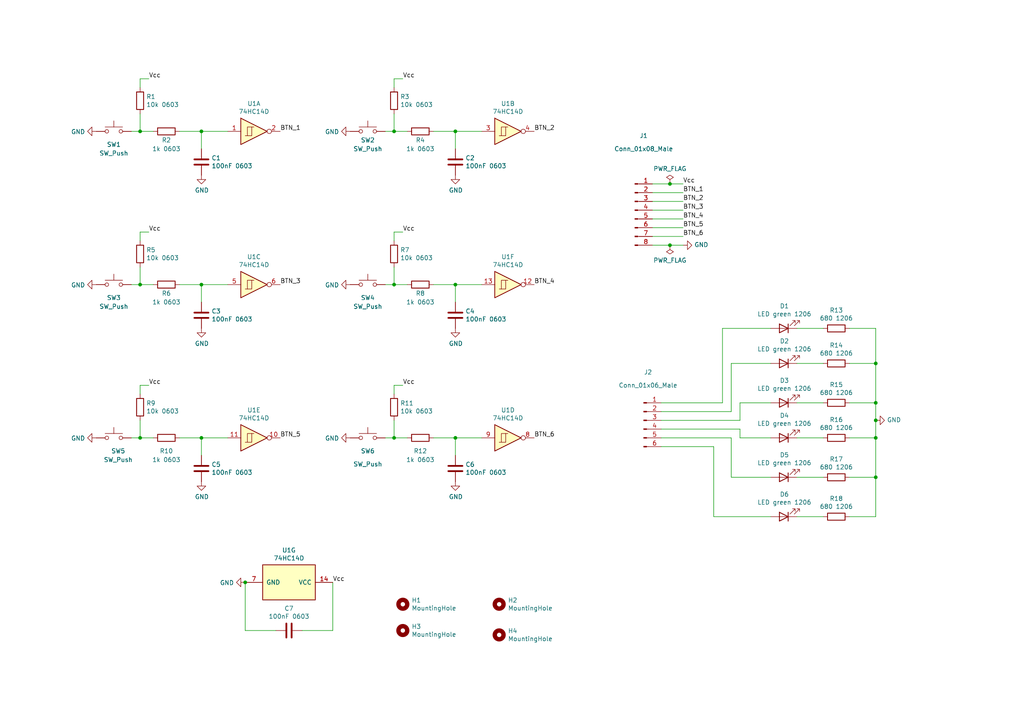
<source format=kicad_sch>
(kicad_sch (version 20211123) (generator eeschema)
  (paper "A4")
  (title_block (title "PCB Buttonbar") (date "2023-02-09") (rev "1.1") (company "Bernhard Bablok") (comment 1 "https://github.com/bablokb/pcb-buttonbar"))
  (lib_symbols
    (symbol "74xx:74HC14" (pin_names (offset 1.016))
      (property "Reference" "U" (at 0 1.27 0))
      (property "Value" "74HC14" (at 0 -1.27 0))
      (symbol "74HC14_1_0"
        (polyline (pts (xy -3.81 3.81) (xy -3.81 -3.81) (xy 3.81 0) (xy -3.81 3.81)) (stroke (width 0.254)) (fill (type background)))
        (pin input line (at -7.62 0 0) (length 3.81) (name "~") (number "1"))
        (pin output inverted (at 7.62 0 180) (length 3.81) (name "~") (number "2"))
      )
      (symbol "74HC14_1_1"
        (polyline (pts (xy -1.905 -1.27) (xy -1.905 1.27) (xy -0.635 1.27)))
        (polyline (pts (xy -2.54 -1.27) (xy -0.635 -1.27) (xy -0.635 1.27) (xy 0 1.27)))
      )
      (symbol "74HC14_2_0"
        (polyline (pts (xy -3.81 3.81) (xy -3.81 -3.81) (xy 3.81 0) (xy -3.81 3.81)) (stroke (width 0.254)) (fill (type background)))
        (pin input line (at -7.62 0 0) (length 3.81) (name "~") (number "3"))
        (pin output inverted (at 7.62 0 180) (length 3.81) (name "~") (number "4"))
      )
      (symbol "74HC14_2_1"
        (polyline (pts (xy -1.905 -1.27) (xy -1.905 1.27) (xy -0.635 1.27)))
        (polyline (pts (xy -2.54 -1.27) (xy -0.635 -1.27) (xy -0.635 1.27) (xy 0 1.27)))
      )
      (symbol "74HC14_3_0"
        (polyline (pts (xy -3.81 3.81) (xy -3.81 -3.81) (xy 3.81 0) (xy -3.81 3.81)) (stroke (width 0.254)) (fill (type background)))
        (pin input line (at -7.62 0 0) (length 3.81) (name "~") (number "5"))
        (pin output inverted (at 7.62 0 180) (length 3.81) (name "~") (number "6"))
      )
      (symbol "74HC14_3_1"
        (polyline (pts (xy -1.905 -1.27) (xy -1.905 1.27) (xy -0.635 1.27)))
        (polyline (pts (xy -2.54 -1.27) (xy -0.635 -1.27) (xy -0.635 1.27) (xy 0 1.27)))
      )
      (symbol "74HC14_4_0"
        (polyline (pts (xy -3.81 3.81) (xy -3.81 -3.81) (xy 3.81 0) (xy -3.81 3.81)) (stroke (width 0.254)) (fill (type background)))
        (pin output inverted (at 7.62 0 180) (length 3.81) (name "~") (number "8"))
        (pin input line (at -7.62 0 0) (length 3.81) (name "~") (number "9"))
      )
      (symbol "74HC14_4_1"
        (polyline (pts (xy -1.905 -1.27) (xy -1.905 1.27) (xy -0.635 1.27)))
        (polyline (pts (xy -2.54 -1.27) (xy -0.635 -1.27) (xy -0.635 1.27) (xy 0 1.27)))
      )
      (symbol "74HC14_5_0"
        (polyline (pts (xy -3.81 3.81) (xy -3.81 -3.81) (xy 3.81 0) (xy -3.81 3.81)) (stroke (width 0.254)) (fill (type background)))
        (pin output inverted (at 7.62 0 180) (length 3.81) (name "~") (number "10"))
        (pin input line (at -7.62 0 0) (length 3.81) (name "~") (number "11"))
      )
      (symbol "74HC14_5_1"
        (polyline (pts (xy -1.905 -1.27) (xy -1.905 1.27) (xy -0.635 1.27)))
        (polyline (pts (xy -2.54 -1.27) (xy -0.635 -1.27) (xy -0.635 1.27) (xy 0 1.27)))
      )
      (symbol "74HC14_6_0"
        (polyline (pts (xy -3.81 3.81) (xy -3.81 -3.81) (xy 3.81 0) (xy -3.81 3.81)) (stroke (width 0.254)) (fill (type background)))
        (pin output inverted (at 7.62 0 180) (length 3.81) (name "~") (number "12"))
        (pin input line (at -7.62 0 0) (length 3.81) (name "~") (number "13"))
      )
      (symbol "74HC14_6_1"
        (polyline (pts (xy -1.905 -1.27) (xy -1.905 1.27) (xy -0.635 1.27)))
        (polyline (pts (xy -2.54 -1.27) (xy -0.635 -1.27) (xy -0.635 1.27) (xy 0 1.27)))
      )
      (symbol "74HC14_7_0"
        (pin power_in line (at 0 12.7 270) (length 5.08) (name "VCC") (number "14"))
        (pin power_in line (at 0 -12.7 90) (length 5.08) (name "GND") (number "7"))
      )
      (symbol "74HC14_7_1"
        (rectangle (start -5.08 7.62) (end 5.08 -7.62) (stroke (width 0.254)) (fill (type background)))
      )
    )
    (symbol "Connector:Conn_01x06_Male" (pin_names (offset 1.016) hide)
      (property "Reference" "J" (at 0 7.62 0))
      (property "Value" "Conn_01x06_Male" (at 0 -10.16 0))
      (symbol "Conn_01x06_Male_1_1"
        (polyline (pts (xy 1.27 -7.62) (xy 0.8636 -7.62)) (stroke (width 0.1524)))
        (polyline (pts (xy 1.27 -5.08) (xy 0.8636 -5.08)) (stroke (width 0.1524)))
        (polyline (pts (xy 1.27 -2.54) (xy 0.8636 -2.54)) (stroke (width 0.1524)))
        (polyline (pts (xy 1.27 0) (xy 0.8636 0)) (stroke (width 0.1524)))
        (polyline (pts (xy 1.27 2.54) (xy 0.8636 2.54)) (stroke (width 0.1524)))
        (polyline (pts (xy 1.27 5.08) (xy 0.8636 5.08)) (stroke (width 0.1524)))
        (rectangle (start 0.8636 -7.493) (end 0 -7.747) (stroke (width 0.1524)) (fill (type outline)))
        (rectangle (start 0.8636 -4.953) (end 0 -5.207) (stroke (width 0.1524)) (fill (type outline)))
        (rectangle (start 0.8636 -2.413) (end 0 -2.667) (stroke (width 0.1524)) (fill (type outline)))
        (rectangle (start 0.8636 0.127) (end 0 -0.127) (stroke (width 0.1524)) (fill (type outline)))
        (rectangle (start 0.8636 2.667) (end 0 2.413) (stroke (width 0.1524)) (fill (type outline)))
        (rectangle (start 0.8636 5.207) (end 0 4.953) (stroke (width 0.1524)) (fill (type outline)))
        (pin passive line (at 5.08 5.08 180) (length 3.81) (name "Pin_1") (number "1"))
        (pin passive line (at 5.08 2.54 180) (length 3.81) (name "Pin_2") (number "2"))
        (pin passive line (at 5.08 0 180) (length 3.81) (name "Pin_3") (number "3"))
        (pin passive line (at 5.08 -2.54 180) (length 3.81) (name "Pin_4") (number "4"))
        (pin passive line (at 5.08 -5.08 180) (length 3.81) (name "Pin_5") (number "5"))
        (pin passive line (at 5.08 -7.62 180) (length 3.81) (name "Pin_6") (number "6"))
      )
    )
    (symbol "Connector:Conn_01x08_Male" (pin_names (offset 1.016) hide)
      (property "Reference" "J" (at 0 10.16 0))
      (property "Value" "Conn_01x08_Male" (at 0 -12.7 0))
      (symbol "Conn_01x08_Male_1_1"
        (polyline (pts (xy 1.27 -10.16) (xy 0.8636 -10.16)) (stroke (width 0.1524)))
        (polyline (pts (xy 1.27 -7.62) (xy 0.8636 -7.62)) (stroke (width 0.1524)))
        (polyline (pts (xy 1.27 -5.08) (xy 0.8636 -5.08)) (stroke (width 0.1524)))
        (polyline (pts (xy 1.27 -2.54) (xy 0.8636 -2.54)) (stroke (width 0.1524)))
        (polyline (pts (xy 1.27 0) (xy 0.8636 0)) (stroke (width 0.1524)))
        (polyline (pts (xy 1.27 2.54) (xy 0.8636 2.54)) (stroke (width 0.1524)))
        (polyline (pts (xy 1.27 5.08) (xy 0.8636 5.08)) (stroke (width 0.1524)))
        (polyline (pts (xy 1.27 7.62) (xy 0.8636 7.62)) (stroke (width 0.1524)))
        (rectangle (start 0.8636 -10.033) (end 0 -10.287) (stroke (width 0.1524)) (fill (type outline)))
        (rectangle (start 0.8636 -7.493) (end 0 -7.747) (stroke (width 0.1524)) (fill (type outline)))
        (rectangle (start 0.8636 -4.953) (end 0 -5.207) (stroke (width 0.1524)) (fill (type outline)))
        (rectangle (start 0.8636 -2.413) (end 0 -2.667) (stroke (width 0.1524)) (fill (type outline)))
        (rectangle (start 0.8636 0.127) (end 0 -0.127) (stroke (width 0.1524)) (fill (type outline)))
        (rectangle (start 0.8636 2.667) (end 0 2.413) (stroke (width 0.1524)) (fill (type outline)))
        (rectangle (start 0.8636 5.207) (end 0 4.953) (stroke (width 0.1524)) (fill (type outline)))
        (rectangle (start 0.8636 7.747) (end 0 7.493) (stroke (width 0.1524)) (fill (type outline)))
        (pin passive line (at 5.08 7.62 180) (length 3.81) (name "Pin_1") (number "1"))
        (pin passive line (at 5.08 5.08 180) (length 3.81) (name "Pin_2") (number "2"))
        (pin passive line (at 5.08 2.54 180) (length 3.81) (name "Pin_3") (number "3"))
        (pin passive line (at 5.08 0 180) (length 3.81) (name "Pin_4") (number "4"))
        (pin passive line (at 5.08 -2.54 180) (length 3.81) (name "Pin_5") (number "5"))
        (pin passive line (at 5.08 -5.08 180) (length 3.81) (name "Pin_6") (number "6"))
        (pin passive line (at 5.08 -7.62 180) (length 3.81) (name "Pin_7") (number "7"))
        (pin passive line (at 5.08 -10.16 180) (length 3.81) (name "Pin_8") (number "8"))
      )
    )
    (symbol "Device:C" (pin_numbers hide) (pin_names (offset 0.254))
      (property "Reference" "C" (at 0.635 2.54 0))
      (property "Value" "C" (at 0.635 -2.54 0))
      (symbol "C_0_1"
        (polyline (pts (xy -2.032 -0.762) (xy 2.032 -0.762)) (stroke (width 0.508)))
        (polyline (pts (xy -2.032 0.762) (xy 2.032 0.762)) (stroke (width 0.508)))
      )
      (symbol "C_1_1"
        (pin passive line (at 0 3.81 270) (length 2.794) (name "~") (number "1"))
        (pin passive line (at 0 -3.81 90) (length 2.794) (name "~") (number "2"))
      )
    )
    (symbol "Device:LED" (pin_numbers hide) (pin_names (offset 1.016) hide)
      (property "Reference" "D" (at 0 2.54 0))
      (property "Value" "LED" (at 0 -2.54 0))
      (symbol "LED_0_1"
        (polyline (pts (xy -1.27 -1.27) (xy -1.27 1.27)) (stroke (width 0.254)))
        (polyline (pts (xy -1.27 0) (xy 1.27 0)))
        (polyline (pts (xy 1.27 -1.27) (xy 1.27 1.27) (xy -1.27 0) (xy 1.27 -1.27)) (stroke (width 0.254)))
        (polyline (pts (xy -3.048 -0.762) (xy -4.572 -2.286) (xy -3.81 -2.286) (xy -4.572 -2.286) (xy -4.572 -1.524)))
        (polyline (pts (xy -1.778 -0.762) (xy -3.302 -2.286) (xy -2.54 -2.286) (xy -3.302 -2.286) (xy -3.302 -1.524)))
      )
      (symbol "LED_1_1"
        (pin passive line (at -3.81 0 0) (length 2.54) (name "K") (number "1"))
        (pin passive line (at 3.81 0 180) (length 2.54) (name "A") (number "2"))
      )
    )
    (symbol "Device:R" (pin_numbers hide) (pin_names (offset 0))
      (property "Reference" "R" (at 2.032 0 90))
      (property "Value" "R" (at 0 0 90))
      (symbol "R_0_1"
        (rectangle (start -1.016 -2.54) (end 1.016 2.54) (stroke (width 0.254)))
      )
      (symbol "R_1_1"
        (pin passive line (at 0 3.81 270) (length 1.27) (name "~") (number "1"))
        (pin passive line (at 0 -3.81 90) (length 1.27) (name "~") (number "2"))
      )
    )
    (symbol "Mechanical:MountingHole" (pin_names (offset 1.016))
      (property "Reference" "H" (at 0 5.08 0))
      (property "Value" "MountingHole" (at 0 3.175 0))
      (symbol "MountingHole_0_1"
        (circle (center 0 0) (radius 1.27) (stroke (width 1.27)))
      )
    )
    (symbol "Switch:SW_Push" (pin_numbers hide) (pin_names (offset 1.016) hide)
      (property "Reference" "SW" (at 1.27 2.54 0))
      (property "Value" "SW_Push" (at 0 -1.524 0))
      (symbol "SW_Push_0_1"
        (circle (center -2.032 0) (radius 0.508))
        (polyline (pts (xy 0 1.27) (xy 0 3.048)))
        (polyline (pts (xy 2.54 1.27) (xy -2.54 1.27)))
        (circle (center 2.032 0) (radius 0.508))
        (pin passive line (at -5.08 0 0) (length 2.54) (name "1") (number "1"))
        (pin passive line (at 5.08 0 180) (length 2.54) (name "2") (number "2"))
      )
    )
    (symbol "power:GND" (power) (pin_names (offset 0))
      (property "Value" "GND" (at 0 -3.81 0))
      (symbol "GND_0_1"
        (polyline (pts (xy 0 0) (xy 0 -1.27) (xy 1.27 -1.27) (xy 0 -2.54) (xy -1.27 -1.27) (xy 0 -1.27)))
      )
      (symbol "GND_1_1"
        (pin power_in line (at 0 0 270) (length 0) hide (name "GND") (number "1"))
      )
    )
    (symbol "power:PWR_FLAG" (power) (pin_numbers hide) (pin_names (offset 0) hide)
      (property "Value" "PWR_FLAG" (at 0 3.81 0))
      (symbol "PWR_FLAG_0_0"
        (pin power_out line (at 0 0 90) (length 0) (name "pwr") (number "1"))
      )
      (symbol "PWR_FLAG_0_1"
        (polyline (pts (xy 0 0) (xy 0 1.27) (xy -1.016 1.905) (xy 0 2.54) (xy 1.016 1.905) (xy 0 1.27)))
      )
    )
  )
  (junction (at 194.31 71.12))
  (junction (at 254 127))
  (junction (at 132.08 82.55))
  (junction (at 58.42 38.1))
  (junction (at 254 116.84))
  (junction (at 40.64 38.1))
  (junction (at 132.08 127))
  (junction (at 114.3 82.55))
  (junction (at 40.64 82.55))
  (junction (at 58.42 127))
  (junction (at 71.12 168.91))
  (junction (at 254 138.43))
  (junction (at 114.3 127))
  (junction (at 132.08 38.1))
  (junction (at 254 105.41))
  (junction (at 194.31 53.34))
  (junction (at 40.64 127))
  (junction (at 114.3 38.1))
  (junction (at 254 121.92))
  (junction (at 58.42 82.55))
  (wire (pts (xy 40.64 22.86) (xy 43.18 22.86)))
  (wire (pts (xy 191.77 116.84) (xy 209.55 116.84)))
  (wire (pts (xy 191.77 121.92) (xy 214.63 121.92)))
  (wire (pts (xy 114.3 82.55) (xy 118.11 82.55)))
  (wire (pts (xy 114.3 77.47) (xy 114.3 82.55)))
  (wire (pts (xy 231.14 95.25) (xy 238.76 95.25)))
  (wire (pts (xy 114.3 121.92) (xy 114.3 127)))
  (wire (pts (xy 111.76 38.1) (xy 114.3 38.1)))
  (wire (pts (xy 214.63 124.46) (xy 214.63 127)))
  (wire (pts (xy 114.3 111.76) (xy 116.84 111.76)))
  (wire (pts (xy 71.12 182.88) (xy 80.01 182.88)))
  (wire (pts (xy 207.01 149.86) (xy 223.52 149.86)))
  (wire (pts (xy 189.23 55.88) (xy 198.12 55.88)))
  (wire (pts (xy 214.63 121.92) (xy 214.63 116.84)))
  (wire (pts (xy 209.55 95.25) (xy 209.55 116.84)))
  (wire (pts (xy 58.42 127) (xy 58.42 132.08)))
  (wire (pts (xy 58.42 127) (xy 66.04 127)))
  (wire (pts (xy 214.63 116.84) (xy 223.52 116.84)))
  (wire (pts (xy 189.23 66.04) (xy 198.12 66.04)))
  (wire (pts (xy 38.1 127) (xy 40.64 127)))
  (wire (pts (xy 114.3 22.86) (xy 116.84 22.86)))
  (wire (pts (xy 52.07 38.1) (xy 58.42 38.1)))
  (wire (pts (xy 254 127) (xy 254 138.43)))
  (wire (pts (xy 40.64 77.47) (xy 40.64 82.55)))
  (wire (pts (xy 132.08 38.1) (xy 139.7 38.1)))
  (wire (pts (xy 40.64 38.1) (xy 44.45 38.1)))
  (wire (pts (xy 231.14 149.86) (xy 238.76 149.86)))
  (wire (pts (xy 114.3 67.31) (xy 116.84 67.31)))
  (wire (pts (xy 246.38 116.84) (xy 254 116.84)))
  (wire (pts (xy 212.09 127) (xy 212.09 138.43)))
  (wire (pts (xy 191.77 124.46) (xy 214.63 124.46)))
  (wire (pts (xy 114.3 69.85) (xy 114.3 67.31)))
  (wire (pts (xy 96.52 168.91) (xy 96.52 182.88)))
  (wire (pts (xy 111.76 82.55) (xy 114.3 82.55)))
  (wire (pts (xy 40.64 67.31) (xy 43.18 67.31)))
  (wire (pts (xy 209.55 95.25) (xy 223.52 95.25)))
  (wire (pts (xy 132.08 82.55) (xy 139.7 82.55)))
  (wire (pts (xy 132.08 127) (xy 139.7 127)))
  (wire (pts (xy 254 149.86) (xy 246.38 149.86)))
  (wire (pts (xy 191.77 127) (xy 212.09 127)))
  (wire (pts (xy 132.08 127) (xy 132.08 132.08)))
  (wire (pts (xy 246.38 127) (xy 254 127)))
  (wire (pts (xy 71.12 168.91) (xy 71.12 182.88)))
  (wire (pts (xy 125.73 38.1) (xy 132.08 38.1)))
  (wire (pts (xy 40.64 33.02) (xy 40.64 38.1)))
  (wire (pts (xy 114.3 33.02) (xy 114.3 38.1)))
  (wire (pts (xy 40.64 111.76) (xy 43.18 111.76)))
  (wire (pts (xy 189.23 58.42) (xy 198.12 58.42)))
  (wire (pts (xy 38.1 82.55) (xy 40.64 82.55)))
  (wire (pts (xy 191.77 129.54) (xy 207.01 129.54)))
  (wire (pts (xy 212.09 105.41) (xy 212.09 119.38)))
  (wire (pts (xy 40.64 69.85) (xy 40.64 67.31)))
  (wire (pts (xy 40.64 121.92) (xy 40.64 127)))
  (wire (pts (xy 87.63 182.88) (xy 96.52 182.88)))
  (wire (pts (xy 214.63 127) (xy 223.52 127)))
  (wire (pts (xy 231.14 138.43) (xy 238.76 138.43)))
  (wire (pts (xy 191.77 119.38) (xy 212.09 119.38)))
  (wire (pts (xy 189.23 53.34) (xy 194.31 53.34)))
  (wire (pts (xy 114.3 38.1) (xy 118.11 38.1)))
  (wire (pts (xy 254 138.43) (xy 254 149.86)))
  (wire (pts (xy 38.1 38.1) (xy 40.64 38.1)))
  (wire (pts (xy 40.64 25.4) (xy 40.64 22.86)))
  (wire (pts (xy 40.64 127) (xy 44.45 127)))
  (wire (pts (xy 254 95.25) (xy 254 105.41)))
  (wire (pts (xy 52.07 82.55) (xy 58.42 82.55)))
  (wire (pts (xy 40.64 114.3) (xy 40.64 111.76)))
  (wire (pts (xy 189.23 60.96) (xy 198.12 60.96)))
  (wire (pts (xy 114.3 25.4) (xy 114.3 22.86)))
  (wire (pts (xy 189.23 71.12) (xy 194.31 71.12)))
  (wire (pts (xy 58.42 82.55) (xy 58.42 87.63)))
  (wire (pts (xy 212.09 138.43) (xy 223.52 138.43)))
  (wire (pts (xy 246.38 95.25) (xy 254 95.25)))
  (wire (pts (xy 111.76 127) (xy 114.3 127)))
  (wire (pts (xy 254 116.84) (xy 254 121.92)))
  (wire (pts (xy 254 121.92) (xy 254 127)))
  (wire (pts (xy 58.42 38.1) (xy 58.42 43.18)))
  (wire (pts (xy 52.07 127) (xy 58.42 127)))
  (wire (pts (xy 125.73 82.55) (xy 132.08 82.55)))
  (wire (pts (xy 212.09 105.41) (xy 223.52 105.41)))
  (wire (pts (xy 132.08 38.1) (xy 132.08 43.18)))
  (wire (pts (xy 189.23 68.58) (xy 198.12 68.58)))
  (wire (pts (xy 40.64 82.55) (xy 44.45 82.55)))
  (wire (pts (xy 58.42 38.1) (xy 66.04 38.1)))
  (wire (pts (xy 132.08 82.55) (xy 132.08 87.63)))
  (wire (pts (xy 207.01 129.54) (xy 207.01 149.86)))
  (wire (pts (xy 114.3 114.3) (xy 114.3 111.76)))
  (wire (pts (xy 194.31 71.12) (xy 198.12 71.12)))
  (wire (pts (xy 231.14 127) (xy 238.76 127)))
  (wire (pts (xy 254 105.41) (xy 254 116.84)))
  (wire (pts (xy 114.3 127) (xy 118.11 127)))
  (wire (pts (xy 246.38 105.41) (xy 254 105.41)))
  (wire (pts (xy 231.14 116.84) (xy 238.76 116.84)))
  (wire (pts (xy 189.23 63.5) (xy 198.12 63.5)))
  (wire (pts (xy 58.42 82.55) (xy 66.04 82.55)))
  (wire (pts (xy 125.73 127) (xy 132.08 127)))
  (wire (pts (xy 246.38 138.43) (xy 254 138.43)))
  (wire (pts (xy 194.31 53.34) (xy 198.12 53.34)))
  (wire (pts (xy 231.14 105.41) (xy 238.76 105.41)))
  (label "BTN_3" (at 198.12 60.96 0))
  (label "BTN_4" (at 154.94 82.55 0))
  (label "Vcc" (at 116.84 22.86 0))
  (label "BTN_4" (at 198.12 63.5 0))
  (label "BTN_6" (at 198.12 68.58 0))
  (label "BTN_1" (at 81.28 38.1 0))
  (label "Vcc" (at 96.52 168.91 0))
  (label "BTN_6" (at 154.94 127 0))
  (label "BTN_2" (at 154.94 38.1 0))
  (label "BTN_5" (at 198.12 66.04 0))
  (label "BTN_5" (at 81.28 127 0))
  (label "Vcc" (at 198.12 53.34 0))
  (label "Vcc" (at 43.18 111.76 0))
  (label "BTN_3" (at 81.28 82.55 0))
  (label "Vcc" (at 116.84 111.76 0))
  (label "Vcc" (at 43.18 67.31 0))
  (label "BTN_2" (at 198.12 58.42 0))
  (label "BTN_1" (at 198.12 55.88 0))
  (label "Vcc" (at 43.18 22.86 0))
  (label "Vcc" (at 116.84 67.31 0))
  (symbol (lib_id "Switch:SW_Push") (at 33.02 38.1 0) (unit 1)
    (property "Reference" "SW1" (at 33.02 41.91 0))
    (property "Value" "SW_Push" (at 33.02 44.45 0))
    (property "Footprint" "user:SW_PUSH-6.12mm" (effects hide))
  )
  (symbol (lib_id "Device:R") (at 40.64 29.21 0) (unit 1)
    (property "Reference" "R1" (at 42.418 28.0416 0) (effects (justify left)))
    (property "Value" "10k 0603" (at 42.418 30.353 0) (effects (justify left)))
    (property "Footprint" "Resistor_SMD:R_0603_1608Metric" (effects hide))
    (property "LCSC" "C25804" (effects hide))
  )
  (symbol (lib_id "Device:R") (at 48.26 38.1 270) (unit 1)
    (property "Reference" "R2" (at 48.26 40.64 90))
    (property "Value" "1k 0603" (at 48.26 43.18 90))
    (property "Footprint" "Resistor_SMD:R_0603_1608Metric" (effects hide))
    (property "LCSC" "C21190" (effects hide))
  )
  (symbol (lib_id "Device:C") (at 58.42 46.99 0) (unit 1)
    (property "Reference" "C1" (at 61.341 45.8216 0) (effects (justify left)))
    (property "Value" "100nF 0603" (at 61.341 48.133 0) (effects (justify left)))
    (property "Footprint" "Capacitor_SMD:C_0603_1608Metric" (effects hide))
    (property "LCSC" "C14663" (effects hide))
  )
  (symbol (lib_id "Connector:Conn_01x08_Male") (at 184.15 60.96 0) (unit 1)
    (property "Reference" "J1" (at 186.69 39.37 0))
    (property "Value" "Conn_01x08_Male" (at 186.69 43.18 0))
    (property "Footprint" "Connector_PinHeader_2.54mm:PinHeader_1x08_P2.54mm_Vertical" (effects hide))
  )
  (symbol (lib_id "74xx:74HC14") (at 73.66 38.1 0) (unit 1)
    (property "Reference" "U1" (at 73.66 30.0482 0))
    (property "Value" "74HC14D" (at 73.66 32.3596 0))
    (property "Footprint" "Package_SO:SOIC-14_3.9x8.7mm_P1.27mm" (effects hide))
    (property "Datasheet" "http://www.ti.com/lit/gpn/sn74HC14" (effects hide))
    (property "LCSC" "C5605" (effects hide))
  )
  (symbol (lib_id "power:GND") (at 58.42 50.8 0) (unit 1)
    (property "Reference" "#PWR03" (effects hide))
    (property "Value" "GND" (at 58.547 55.1942 0))
  )
  (symbol (lib_id "74xx:74HC14") (at 83.82 168.91 270) (unit 7)
    (property "Reference" "U1" (at 83.82 159.5882 90))
    (property "Value" "74HC14D" (at 83.82 161.8996 90))
    (property "Footprint" "Package_SO:SOIC-14_3.9x8.7mm_P1.27mm" (effects hide))
    (property "Datasheet" "http://www.ti.com/lit/gpn/sn74HC14" (effects hide))
    (property "LCSC" "C5605" (effects hide))
  )
  (symbol (lib_id "power:GND") (at 198.12 71.12 90) (unit 1)
    (property "Reference" "#PWR05" (effects hide))
    (property "Value" "GND" (at 201.3712 70.993 90) (effects (justify right)))
  )
  (symbol (lib_id "power:GND") (at 71.12 168.91 270) (unit 1)
    (property "Reference" "#PWR0101" (effects hide))
    (property "Value" "GND" (at 67.8688 169.037 90) (effects (justify right)))
  )
  (symbol (lib_id "power:GND") (at 27.94 38.1 270) (unit 1)
    (property "Reference" "#PWR01" (effects hide))
    (property "Value" "GND" (at 24.6888 38.227 90) (effects (justify right)))
  )
  (symbol (lib_id "power:PWR_FLAG") (at 194.31 53.34 0) (unit 1)
    (property "Reference" "#FLG0102" (effects hide))
    (property "Value" "PWR_FLAG" (at 194.31 48.9458 0))
  )
  (symbol (lib_id "Device:LED") (at 227.33 105.41 180) (unit 1)
    (property "Reference" "D2" (at 227.5078 98.933 0))
    (property "Value" "LED green 1206" (at 227.5078 101.2444 0))
    (property "Footprint" "LED_SMD:LED_1206_3216Metric_Pad1.42x1.75mm_HandSolder" (effects hide))
  )
  (symbol (lib_id "Device:C") (at 83.82 182.88 270) (unit 1)
    (property "Reference" "C7" (at 83.82 176.4792 90))
    (property "Value" "100nF 0603" (at 83.82 178.7906 90))
    (property "Footprint" "Capacitor_SMD:C_0603_1608Metric" (effects hide))
    (property "LCSC" "C14663" (effects hide))
  )
  (symbol (lib_id "Device:R") (at 242.57 105.41 270) (unit 1)
    (property "Reference" "R14" (at 242.57 100.1522 90))
    (property "Value" "680 1206" (at 242.57 102.4636 90))
    (property "Footprint" "Resistor_SMD:R_1206_3216Metric_Pad1.30x1.75mm_HandSolder" (effects hide))
  )
  (symbol (lib_id "Connector:Conn_01x06_Male") (at 186.69 121.92 0) (unit 1)
    (property "Reference" "J2" (at 187.96 107.95 0))
    (property "Value" "Conn_01x06_Male" (at 187.96 111.76 0))
    (property "Footprint" "Connector_PinHeader_2.54mm:PinHeader_1x06_P2.54mm_Vertical" (effects hide))
  )
  (symbol (lib_id "Device:LED") (at 227.33 116.84 180) (unit 1)
    (property "Reference" "D3" (at 227.5078 110.363 0))
    (property "Value" "LED green 1206" (at 227.5078 112.6744 0))
    (property "Footprint" "LED_SMD:LED_1206_3216Metric_Pad1.42x1.75mm_HandSolder" (effects hide))
  )
  (symbol (lib_id "Device:R") (at 242.57 116.84 270) (unit 1)
    (property "Reference" "R15" (at 242.57 111.5822 90))
    (property "Value" "680 1206" (at 242.57 113.8936 90))
    (property "Footprint" "Resistor_SMD:R_1206_3216Metric_Pad1.30x1.75mm_HandSolder" (effects hide))
  )
  (symbol (lib_id "Device:LED") (at 227.33 127 180) (unit 1)
    (property "Reference" "D4" (at 227.5078 120.523 0))
    (property "Value" "LED green 1206" (at 227.5078 122.8344 0))
    (property "Footprint" "LED_SMD:LED_1206_3216Metric_Pad1.42x1.75mm_HandSolder" (effects hide))
  )
  (symbol (lib_id "Device:R") (at 242.57 127 270) (unit 1)
    (property "Reference" "R16" (at 242.57 121.7422 90))
    (property "Value" "680 1206" (at 242.57 124.0536 90))
    (property "Footprint" "Resistor_SMD:R_1206_3216Metric_Pad1.30x1.75mm_HandSolder" (effects hide))
  )
  (symbol (lib_id "Switch:SW_Push") (at 106.68 38.1 0) (unit 1)
    (property "Reference" "SW2" (at 106.68 40.64 0))
    (property "Value" "SW_Push" (at 106.68 43.18 0))
    (property "Footprint" "user:SW_PUSH-6.12mm" (effects hide))
  )
  (symbol (lib_id "Device:R") (at 114.3 29.21 0) (unit 1)
    (property "Reference" "R3" (at 116.078 28.0416 0) (effects (justify left)))
    (property "Value" "10k 0603" (at 116.078 30.353 0) (effects (justify left)))
    (property "Footprint" "Resistor_SMD:R_0603_1608Metric" (effects hide))
    (property "LCSC" "C25804" (effects hide))
  )
  (symbol (lib_id "Device:R") (at 121.92 38.1 270) (unit 1)
    (property "Reference" "R4" (at 121.92 40.64 90))
    (property "Value" "1k 0603" (at 121.92 43.18 90))
    (property "Footprint" "Resistor_SMD:R_0603_1608Metric" (effects hide))
    (property "LCSC" "C21190" (effects hide))
  )
  (symbol (lib_id "Device:C") (at 132.08 46.99 0) (unit 1)
    (property "Reference" "C2" (at 135.001 45.8216 0) (effects (justify left)))
    (property "Value" "100nF 0603" (at 135.001 48.133 0) (effects (justify left)))
    (property "Footprint" "Capacitor_SMD:C_0603_1608Metric" (effects hide))
    (property "LCSC" "C14663" (effects hide))
  )
  (symbol (lib_id "74xx:74HC14") (at 147.32 38.1 0) (unit 2)
    (property "Reference" "U1" (at 147.32 30.0482 0))
    (property "Value" "74HC14D" (at 147.32 32.3596 0))
    (property "Footprint" "Package_SO:SOIC-14_3.9x8.7mm_P1.27mm" (effects hide))
    (property "Datasheet" "http://www.ti.com/lit/gpn/sn74HC14" (effects hide))
    (property "LCSC" "C5605" (effects hide))
  )
  (symbol (lib_id "power:GND") (at 132.08 50.8 0) (unit 1)
    (property "Reference" "#PWR04" (effects hide))
    (property "Value" "GND" (at 132.207 55.1942 0))
  )
  (symbol (lib_id "power:GND") (at 101.6 38.1 270) (unit 1)
    (property "Reference" "#PWR02" (effects hide))
    (property "Value" "GND" (at 98.3488 38.227 90) (effects (justify right)))
  )
  (symbol (lib_id "Device:LED") (at 227.33 138.43 180) (unit 1)
    (property "Reference" "D5" (at 227.5078 131.953 0))
    (property "Value" "LED green 1206" (at 227.5078 134.2644 0))
    (property "Footprint" "LED_SMD:LED_1206_3216Metric_Pad1.42x1.75mm_HandSolder" (effects hide))
  )
  (symbol (lib_id "Device:R") (at 242.57 138.43 270) (unit 1)
    (property "Reference" "R17" (at 242.57 133.1722 90))
    (property "Value" "680 1206" (at 242.57 135.4836 90))
    (property "Footprint" "Resistor_SMD:R_1206_3216Metric_Pad1.30x1.75mm_HandSolder" (effects hide))
  )
  (symbol (lib_id "Device:LED") (at 227.33 149.86 180) (unit 1)
    (property "Reference" "D6" (at 227.5078 143.383 0))
    (property "Value" "LED green 1206" (at 227.5078 145.6944 0))
    (property "Footprint" "LED_SMD:LED_1206_3216Metric_Pad1.42x1.75mm_HandSolder" (effects hide))
  )
  (symbol (lib_id "Device:R") (at 242.57 149.86 270) (unit 1)
    (property "Reference" "R18" (at 242.57 144.6022 90))
    (property "Value" "680 1206" (at 242.57 146.9136 90))
    (property "Footprint" "Resistor_SMD:R_1206_3216Metric_Pad1.30x1.75mm_HandSolder" (effects hide))
  )
  (symbol (lib_id "Device:LED") (at 227.33 95.25 180) (unit 1)
    (property "Reference" "D1" (at 227.5078 88.773 0))
    (property "Value" "LED green 1206" (at 227.5078 91.0844 0))
    (property "Footprint" "LED_SMD:LED_1206_3216Metric_Pad1.42x1.75mm_HandSolder" (effects hide))
  )
  (symbol (lib_id "Device:R") (at 242.57 95.25 270) (unit 1)
    (property "Reference" "R13" (at 242.57 89.9922 90))
    (property "Value" "680 1206" (at 242.57 92.3036 90))
    (property "Footprint" "Resistor_SMD:R_1206_3216Metric_Pad1.30x1.75mm_HandSolder" (effects hide))
  )
  (symbol (lib_id "Switch:SW_Push") (at 33.02 82.55 0) (unit 1)
    (property "Reference" "SW3" (at 33.02 86.36 0))
    (property "Value" "SW_Push" (at 33.02 88.9 0))
    (property "Footprint" "user:SW_PUSH-6.12mm" (effects hide))
  )
  (symbol (lib_id "Device:R") (at 40.64 73.66 0) (unit 1)
    (property "Reference" "R5" (at 42.418 72.4916 0) (effects (justify left)))
    (property "Value" "10k 0603" (at 42.418 74.803 0) (effects (justify left)))
    (property "Footprint" "Resistor_SMD:R_0603_1608Metric" (effects hide))
    (property "LCSC" "C25804" (effects hide))
  )
  (symbol (lib_id "Device:R") (at 48.26 82.55 270) (unit 1)
    (property "Reference" "R6" (at 48.26 85.09 90))
    (property "Value" "1k 0603" (at 48.26 87.63 90))
    (property "Footprint" "Resistor_SMD:R_0603_1608Metric" (effects hide))
    (property "LCSC" "C21190" (effects hide))
  )
  (symbol (lib_id "Device:C") (at 58.42 91.44 0) (unit 1)
    (property "Reference" "C3" (at 61.341 90.2716 0) (effects (justify left)))
    (property "Value" "100nF 0603" (at 61.341 92.583 0) (effects (justify left)))
    (property "Footprint" "Capacitor_SMD:C_0603_1608Metric" (effects hide))
    (property "LCSC" "C14663" (effects hide))
  )
  (symbol (lib_id "74xx:74HC14") (at 73.66 82.55 0) (unit 3)
    (property "Reference" "U1" (at 73.66 74.4982 0))
    (property "Value" "74HC14D" (at 73.66 76.8096 0))
    (property "Footprint" "Package_SO:SOIC-14_3.9x8.7mm_P1.27mm" (effects hide))
    (property "Datasheet" "http://www.ti.com/lit/gpn/sn74HC14" (effects hide))
    (property "LCSC" "C5605" (effects hide))
  )
  (symbol (lib_id "power:GND") (at 58.42 95.25 0) (unit 1)
    (property "Reference" "#PWR08" (effects hide))
    (property "Value" "GND" (at 58.547 99.6442 0))
  )
  (symbol (lib_id "power:GND") (at 27.94 82.55 270) (unit 1)
    (property "Reference" "#PWR06" (effects hide))
    (property "Value" "GND" (at 24.6888 82.677 90) (effects (justify right)))
  )
  (symbol (lib_id "Switch:SW_Push") (at 106.68 82.55 0) (unit 1)
    (property "Reference" "SW4" (at 106.68 86.36 0))
    (property "Value" "SW_Push" (at 106.68 88.9 0))
    (property "Footprint" "user:SW_PUSH-6.12mm" (effects hide))
  )
  (symbol (lib_id "Device:R") (at 114.3 73.66 0) (unit 1)
    (property "Reference" "R7" (at 116.078 72.4916 0) (effects (justify left)))
    (property "Value" "10k 0603" (at 116.078 74.803 0) (effects (justify left)))
    (property "Footprint" "Resistor_SMD:R_0603_1608Metric" (effects hide))
    (property "LCSC" "C25804" (effects hide))
  )
  (symbol (lib_id "Device:R") (at 121.92 82.55 270) (unit 1)
    (property "Reference" "R8" (at 121.92 85.09 90))
    (property "Value" "1k 0603" (at 121.92 87.63 90))
    (property "Footprint" "Resistor_SMD:R_0603_1608Metric" (effects hide))
    (property "LCSC" "C21190" (effects hide))
  )
  (symbol (lib_id "Device:C") (at 132.08 91.44 0) (unit 1)
    (property "Reference" "C4" (at 135.001 90.2716 0) (effects (justify left)))
    (property "Value" "100nF 0603" (at 135.001 92.583 0) (effects (justify left)))
    (property "Footprint" "Capacitor_SMD:C_0603_1608Metric" (effects hide))
    (property "LCSC" "C14663" (effects hide))
  )
  (symbol (lib_id "74xx:74HC14") (at 147.32 82.55 0) (unit 6)
    (property "Reference" "U1" (at 147.32 74.4982 0))
    (property "Value" "74HC14D" (at 147.32 76.8096 0))
    (property "Footprint" "Package_SO:SOIC-14_3.9x8.7mm_P1.27mm" (effects hide))
    (property "Datasheet" "http://www.ti.com/lit/gpn/sn74HC14" (effects hide))
    (property "LCSC" "C5605" (effects hide))
  )
  (symbol (lib_id "power:GND") (at 132.08 95.25 0) (unit 1)
    (property "Reference" "#PWR09" (effects hide))
    (property "Value" "GND" (at 132.207 99.6442 0))
  )
  (symbol (lib_id "power:GND") (at 101.6 82.55 270) (unit 1)
    (property "Reference" "#PWR07" (effects hide))
    (property "Value" "GND" (at 98.3488 82.677 90) (effects (justify right)))
  )
  (symbol (lib_id "Switch:SW_Push") (at 33.02 127 0) (unit 1)
    (property "Reference" "SW5" (at 34.29 130.81 0))
    (property "Value" "SW_Push" (at 34.29 133.35 0))
    (property "Footprint" "user:SW_PUSH-6.12mm" (effects hide))
  )
  (symbol (lib_id "Device:R") (at 40.64 118.11 0) (unit 1)
    (property "Reference" "R9" (at 42.418 116.9416 0) (effects (justify left)))
    (property "Value" "10k 0603" (at 42.418 119.253 0) (effects (justify left)))
    (property "Footprint" "Resistor_SMD:R_0603_1608Metric" (effects hide))
    (property "LCSC" "C25804" (effects hide))
  )
  (symbol (lib_id "Device:R") (at 48.26 127 270) (unit 1)
    (property "Reference" "R10" (at 48.26 130.81 90))
    (property "Value" "1k 0603" (at 48.26 133.35 90))
    (property "Footprint" "Resistor_SMD:R_0603_1608Metric" (effects hide))
    (property "LCSC" "C21190" (effects hide))
  )
  (symbol (lib_id "Device:C") (at 58.42 135.89 0) (unit 1)
    (property "Reference" "C5" (at 61.341 134.7216 0) (effects (justify left)))
    (property "Value" "100nF 0603" (at 61.341 137.033 0) (effects (justify left)))
    (property "Footprint" "Capacitor_SMD:C_0603_1608Metric" (effects hide))
    (property "LCSC" "C14663" (effects hide))
  )
  (symbol (lib_id "74xx:74HC14") (at 73.66 127 0) (unit 5)
    (property "Reference" "U1" (at 73.66 118.9482 0))
    (property "Value" "74HC14D" (at 73.66 121.2596 0))
    (property "Footprint" "Package_SO:SOIC-14_3.9x8.7mm_P1.27mm" (effects hide))
    (property "Datasheet" "http://www.ti.com/lit/gpn/sn74HC14" (effects hide))
    (property "LCSC" "C5605" (effects hide))
  )
  (symbol (lib_id "power:GND") (at 58.42 139.7 0) (unit 1)
    (property "Reference" "#PWR012" (effects hide))
    (property "Value" "GND" (at 58.547 144.0942 0))
  )
  (symbol (lib_id "power:GND") (at 27.94 127 270) (unit 1)
    (property "Reference" "#PWR010" (effects hide))
    (property "Value" "GND" (at 24.6888 127.127 90) (effects (justify right)))
  )
  (symbol (lib_id "Switch:SW_Push") (at 106.68 127 0) (unit 1)
    (property "Reference" "SW6" (at 106.68 130.81 0))
    (property "Value" "SW_Push" (at 106.68 134.62 0))
    (property "Footprint" "user:SW_PUSH-6.12mm" (effects hide))
  )
  (symbol (lib_id "Device:R") (at 114.3 118.11 0) (unit 1)
    (property "Reference" "R11" (at 116.078 116.9416 0) (effects (justify left)))
    (property "Value" "10k 0603" (at 116.078 119.253 0) (effects (justify left)))
    (property "Footprint" "Resistor_SMD:R_0603_1608Metric" (effects hide))
    (property "LCSC" "C25804" (effects hide))
  )
  (symbol (lib_id "Device:R") (at 121.92 127 270) (unit 1)
    (property "Reference" "R12" (at 121.92 130.81 90))
    (property "Value" "1k 0603" (at 121.92 133.35 90))
    (property "Footprint" "Resistor_SMD:R_0603_1608Metric" (effects hide))
    (property "LCSC" "C21190" (effects hide))
  )
  (symbol (lib_id "Device:C") (at 132.08 135.89 0) (unit 1)
    (property "Reference" "C6" (at 135.001 134.7216 0) (effects (justify left)))
    (property "Value" "100nF 0603" (at 135.001 137.033 0) (effects (justify left)))
    (property "Footprint" "Capacitor_SMD:C_0603_1608Metric" (effects hide))
    (property "LCSC" "C14663" (effects hide))
  )
  (symbol (lib_id "74xx:74HC14") (at 147.32 127 0) (unit 4)
    (property "Reference" "U1" (at 147.32 118.9482 0))
    (property "Value" "74HC14D" (at 147.32 121.2596 0))
    (property "Footprint" "Package_SO:SOIC-14_3.9x8.7mm_P1.27mm" (effects hide))
    (property "Datasheet" "http://www.ti.com/lit/gpn/sn74HC14" (effects hide))
    (property "LCSC" "C5605" (effects hide))
  )
  (symbol (lib_id "power:GND") (at 132.08 139.7 0) (unit 1)
    (property "Reference" "#PWR013" (effects hide))
    (property "Value" "GND" (at 132.207 144.0942 0))
  )
  (symbol (lib_id "power:GND") (at 101.6 127 270) (unit 1)
    (property "Reference" "#PWR011" (effects hide))
    (property "Value" "GND" (at 98.3488 127.127 90) (effects (justify right)))
  )
  (symbol (lib_id "power:GND") (at 254 121.92 90) (unit 1)
    (property "Reference" "#PWR0102" (effects hide))
    (property "Value" "GND" (at 257.2512 121.793 90) (effects (justify right)))
  )
  (symbol (lib_id "power:PWR_FLAG") (at 194.31 71.12 180) (unit 1)
    (property "Reference" "#FLG0101" (effects hide))
    (property "Value" "PWR_FLAG" (at 194.31 75.5142 0))
  )
  (symbol (lib_id "Mechanical:MountingHole") (at 116.84 182.88 0) (unit 1)
    (property "Reference" "H3" (at 119.38 181.7116 0) (effects (justify left)))
    (property "Value" "MountingHole" (at 119.38 184.023 0) (effects (justify left)))
    (property "Footprint" "MountingHole:MountingHole_2.5mm" (effects hide))
  )
  (symbol (lib_id "Mechanical:MountingHole") (at 116.84 175.26 0) (unit 1)
    (property "Reference" "H1" (at 119.38 174.0916 0) (effects (justify left)))
    (property "Value" "MountingHole" (at 119.38 176.403 0) (effects (justify left)))
    (property "Footprint" "MountingHole:MountingHole_2.5mm" (effects hide))
  )
  (symbol (lib_id "Mechanical:MountingHole") (at 144.78 175.26 0) (unit 1)
    (property "Reference" "H2" (at 147.32 174.0916 0) (effects (justify left)))
    (property "Value" "MountingHole" (at 147.32 176.403 0) (effects (justify left)))
    (property "Footprint" "MountingHole:MountingHole_2.5mm" (effects hide))
  )
  (symbol (lib_id "Mechanical:MountingHole") (at 144.78 184.15 0) (unit 1)
    (property "Reference" "H4" (at 147.32 182.9816 0) (effects (justify left)))
    (property "Value" "MountingHole" (at 147.32 185.293 0) (effects (justify left)))
    (property "Footprint" "MountingHole:MountingHole_2.5mm" (effects hide))
  )
)
</source>
